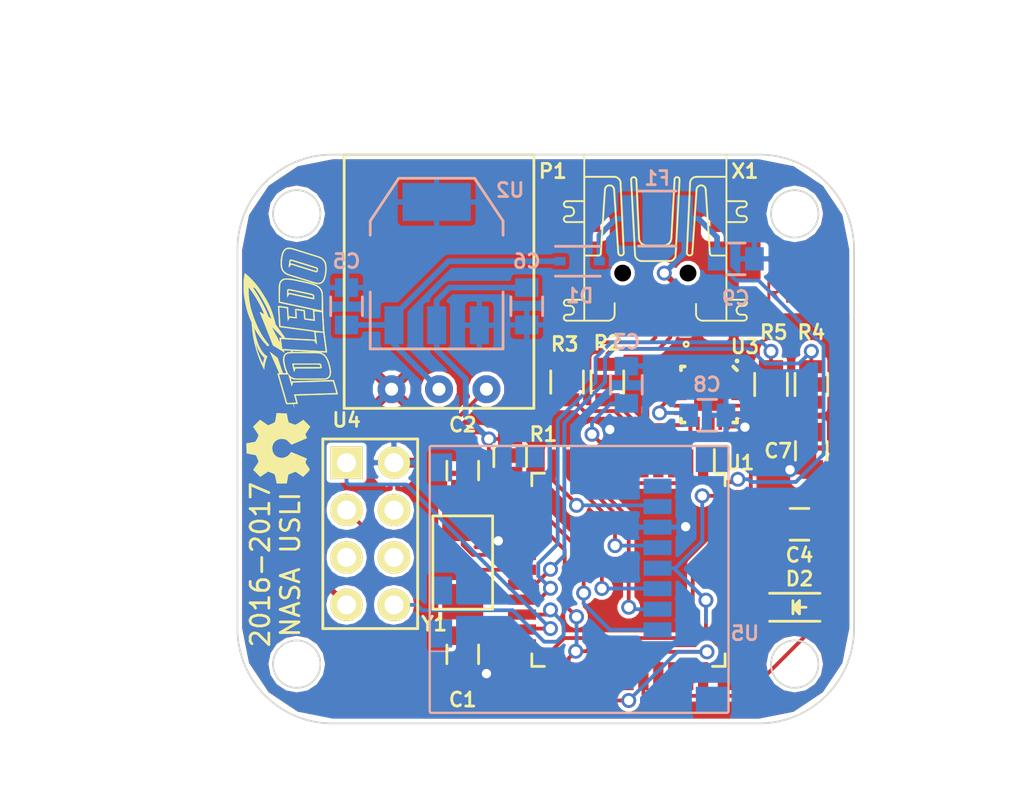
<source format=kicad_pcb>
(kicad_pcb (version 4) (host pcbnew 4.0.4+dfsg1-stable)
  (layers (0 F.Cu signal) (31 B.Cu signal) (34 B.Paste user) (35 F.Paste user) (36 B.SilkS user) (37 F.SilkS user) (38 B.Mask user) (39 F.Mask user) (44 Edge.Cuts user))
  (net 0 "")
  (net 1 GND)
  (net 2 "Net-(C1-Pad1)")
  (net 3 "Net-(C2-Pad1)")
  (net 4 "Net-(C3-Pad1)")
  (net 5 "Net-(C4-Pad1)")
  (net 6 VDD)
  (net 7 SERVO_PWM)
  (net 8 MISO)
  (net 9 SCK)
  (net 10 MOSI)
  (net 11 SD_CS)
  (net 12 USB_D-)
  (net 13 "Net-(R2-Pad1)")
  (net 14 USB_D+)
  (net 15 RST)
  (net 16 SCL)
  (net 17 SDA)
  (net 18 "Net-(U1-Pad1)")
  (net 19 "Net-(U1-Pad12)")
  (net 20 RX)
  (net 21 TX)
  (net 22 "Net-(U1-Pad22)")
  (net 23 "Net-(U1-Pad25)")
  (net 24 "Net-(U1-Pad26)")
  (net 25 "Net-(U1-Pad31)")
  (net 26 "Net-(U1-Pad32)")
  (net 27 "Net-(U1-Pad36)")
  (net 28 "Net-(U1-Pad37)")
  (net 29 "Net-(U1-Pad38)")
  (net 30 "Net-(U1-Pad39)")
  (net 31 "Net-(U3-Pad1)")
  (net 32 "Net-(U3-Pad7)")
  (net 33 "Net-(U3-Pad11)")
  (net 34 "Net-(U3-Pad12)")
  (net 35 "Net-(U3-Pad19)")
  (net 36 "Net-(U3-Pad20)")
  (net 37 "Net-(U3-Pad21)")
  (net 38 WIFI_ON)
  (net 39 "Net-(U4-Pad4)")
  (net 40 "Net-(U4-Pad5)")
  (net 41 "Net-(U4-Pad6)")
  (net 42 "Net-(X1-Pad4)")
  (net 43 "Net-(U3-Pad25)")
  (net 44 "Net-(D1-Pad2)")
  (net 45 "Net-(U1-Pad28)")
  (net 46 VCC)
  (net 47 "Net-(R3-Pad1)")
  (net 48 "Net-(C8-Pad1)")
  (net 49 "Net-(U1-Pad40)")
  (net 50 "Net-(U1-Pad27)")
  (net 51 "Net-(D2-Pad2)")
  (net 52 UVCC)
  (net 53 "Net-(U5-Pad8)")
  (net 54 "Net-(U5-PadDL)")
  (net 55 "Net-(U5-PadDS)")
  (module Capacitors_SMD:C_0805 (layer B.Cu) (at 162.322 100.33)
    (fp_text reference C8 (at -0.016 -1.651) (layer B.SilkS) (effects (font (size 0.75 0.75)) (justify mirror)))
    (fp_text value .1uF)
    (pad 1 smd rect (at -1 0) (size 1 1.25) (layers B.Cu B.Paste B.Mask) (net 48 "Net-(C8-Pad1)"))
    (pad 2 smd rect (at 1 0) (size 1 1.25) (layers B.Cu B.Paste B.Mask) (net 1 GND))
  )
  (module Capacitors_SMD:C_0805 (layer F.Cu) (at 149.225 113.141 270)
    (fp_text reference C1 (at 2.429 0 360) (layer F.SilkS) (effects (font (size 0.75 0.75))))
    (fp_text value 22pF)
    (pad 1 smd rect (at -1 0 270) (size 1 1.25) (layers F.Cu F.Paste F.Mask) (net 2 "Net-(C1-Pad1)"))
    (pad 2 smd rect (at 1 0 270) (size 1 1.25) (layers F.Cu F.Paste F.Mask) (net 1 GND))
  )
  (module Capacitors_SMD:C_0805 (layer F.Cu) (at 149.225 103.2924 90)
    (fp_text reference C2 (at 2.4544 0 180) (layer F.SilkS) (effects (font (size 0.75 0.75))))
    (fp_text value 22pF)
    (pad 1 smd rect (at -1 0 90) (size 1 1.25) (layers F.Cu F.Paste F.Mask) (net 3 "Net-(C2-Pad1)"))
    (pad 2 smd rect (at 1 0 90) (size 1 1.25) (layers F.Cu F.Paste F.Mask) (net 1 GND))
  )
  (module Capacitors_SMD:C_0805 (layer B.Cu) (at 157.988 98.695 90)
    (fp_text reference C3 (at 2.302 0 180) (layer B.SilkS) (effects (font (size 0.75 0.75)) (justify mirror)))
    (fp_text value 1uF)
    (pad 1 smd rect (at -1 0 90) (size 1 1.25) (layers B.Cu B.Paste B.Mask) (net 4 "Net-(C3-Pad1)"))
    (pad 2 smd rect (at 1 0 90) (size 1 1.25) (layers B.Cu B.Paste B.Mask) (net 1 GND))
  )
  (module Capacitors_SMD:C_0805 (layer F.Cu) (at 167.259 106.172)
    (fp_text reference C4 (at 0 1.651) (layer F.SilkS) (effects (font (size 0.75 0.75))))
    (fp_text value .1uF)
    (pad 1 smd rect (at -1 0) (size 1 1.25) (layers F.Cu F.Paste F.Mask) (net 5 "Net-(C4-Pad1)"))
    (pad 2 smd rect (at 1 0) (size 1 1.25) (layers F.Cu F.Paste F.Mask) (net 1 GND))
  )
  (module Capacitors_SMD:C_0805 (layer B.Cu) (at 143.002 94.488 90)
    (fp_text reference C5 (at 2.413 0 180) (layer B.SilkS) (effects (font (size 0.75 0.75)) (justify mirror)))
    (fp_text value 10uF)
    (pad 1 smd rect (at -1 0 90) (size 1 1.25) (layers B.Cu B.Paste B.Mask) (net 46 VCC))
    (pad 2 smd rect (at 1 0 90) (size 1 1.25) (layers B.Cu B.Paste B.Mask) (net 1 GND))
  )
  (module Capacitors_SMD:C_0805 (layer B.Cu) (at 152.654 94.488 270)
    (fp_text reference C6 (at -2.413 0 360) (layer B.SilkS) (effects (font (size 0.75 0.75)) (justify mirror)))
    (fp_text value 22uF)
    (pad 1 smd rect (at -1 0 270) (size 1 1.25) (layers B.Cu B.Paste B.Mask) (net 6 VDD))
    (pad 2 smd rect (at 1 0 270) (size 1 1.25) (layers B.Cu B.Paste B.Mask) (net 1 GND))
  )
  (module Capacitors_SMD:C_0805 (layer F.Cu) (at 167.894 102.235 270)
    (fp_text reference C7 (at 0 1.778 360) (layer F.SilkS) (effects (font (size 0.75 0.75))))
    (fp_text value .1uF)
    (pad 1 smd rect (at -1 0 270) (size 1 1.25) (layers F.Cu F.Paste F.Mask) (net 6 VDD))
    (pad 2 smd rect (at 1 0 270) (size 1 1.25) (layers F.Cu F.Paste F.Mask) (net 1 GND))
  )
  (module Diodes_SMD:SOD-323 (layer B.Cu) (at 155.487 92.075)
    (fp_text reference D1 (at 0 1.85) (layer B.SilkS) (effects (font (size 0.75 0.75)) (justify mirror)))
    (fp_text value D_Schottky)
    (pad 1 smd rect (at -1.055 0) (size 0.59 0.45) (layers B.Cu B.Paste B.Mask) (net 46 VCC))
    (pad 2 smd rect (at 1.055 0) (size 0.59 0.45) (layers B.Cu B.Paste B.Mask) (net 44 "Net-(D1-Pad2)"))
  )
  (module LEDs:LED_0805 (layer F.Cu) (at 167.259 110.617)
    (fp_text reference D2 (at 0 -1.524) (layer F.SilkS) (effects (font (size 0.75 0.75))))
    (fp_text value LED_BLUE)
    (pad 2 smd rect (at 1.04902 0 180) (size 1.19888 1.19888) (layers F.Cu F.Paste F.Mask) (net 51 "Net-(D2-Pad2)"))
    (pad 1 smd rect (at -1.04902 0 180) (size 1.19888 1.19888) (layers F.Cu F.Paste F.Mask) (net 1 GND))
  )
  (module Resistors_SMD:R_1210 (layer B.Cu) (at 159.639 89.789 180)
    (fp_text reference F1 (at 0 2.159 180) (layer B.SilkS) (effects (font (size 0.75 0.75)) (justify mirror)))
    (fp_text value FUSE)
    (pad 1 smd rect (at -1.45 0 180) (size 0.9 2.5) (layers B.Cu B.Paste B.Mask) (net 52 UVCC))
    (pad 2 smd rect (at 1.45 0 180) (size 0.9 2.5) (layers B.Cu B.Paste B.Mask) (net 44 "Net-(D1-Pad2)"))
  )
  (module "UT ROCKETRY MOD:TE1X3" (layer F.Cu) (at 147.955 102.0445 180)
    (fp_text reference P1 (at -6.096 14.7955 180) (layer F.SilkS) (effects (font (size 0.762 0.762))))
    (fp_text value "TE AMP 1X3")
    (pad 3 thru_hole circle (at 2.54 3.1115 180) (size 1.5 1.5) (drill 0.7) (layers *.Cu *.Mask) (net 1 GND))
    (pad 2 thru_hole circle (at 0 3.1115 180) (size 1.5 1.5) (drill 0.7) (layers *.Cu *.Mask) (net 46 VCC))
    (pad 1 thru_hole circle (at -2.54 3.1115 180) (size 1.5 1.5) (drill 0.7) (layers *.Cu *.Mask) (net 7 SERVO_PWM))
  )
  (module Resistors_SMD:R_0805 (layer F.Cu) (at 151.765 102.489 90)
    (fp_text reference R1 (at 1.143 1.778 180) (layer F.SilkS) (effects (font (size 0.75 0.75))))
    (fp_text value 10K)
    (pad 1 smd rect (at -0.95 0 90) (size 0.7 1.3) (layers F.Cu F.Paste F.Mask) (net 15 RST))
    (pad 2 smd rect (at 0.95 0 90) (size 0.7 1.3) (layers F.Cu F.Paste F.Mask) (net 6 VDD))
  )
  (module Resistors_SMD:R_0805 (layer F.Cu) (at 156.972 98.5495 270)
    (fp_text reference R2 (at -2.093 0 360) (layer F.SilkS) (effects (font (size 0.75 0.75))))
    (fp_text value 22)
    (pad 1 smd rect (at -0.95 0 270) (size 0.7 1.3) (layers F.Cu F.Paste F.Mask) (net 13 "Net-(R2-Pad1)"))
    (pad 2 smd rect (at 0.95 0 270) (size 0.7 1.3) (layers F.Cu F.Paste F.Mask) (net 12 USB_D-))
  )
  (module Resistors_SMD:R_0805 (layer F.Cu) (at 154.813 98.552 270)
    (fp_text reference R3 (at -2.032 0.127 360) (layer F.SilkS) (effects (font (size 0.75 0.75))))
    (fp_text value 22)
    (pad 1 smd rect (at -0.95 0 270) (size 0.7 1.3) (layers F.Cu F.Paste F.Mask) (net 47 "Net-(R3-Pad1)"))
    (pad 2 smd rect (at 0.95 0 270) (size 0.7 1.3) (layers F.Cu F.Paste F.Mask) (net 14 USB_D+))
  )
  (module Resistors_SMD:R_0805 (layer F.Cu) (at 167.894 98.679 90)
    (fp_text reference R4 (at 2.794 0 180) (layer F.SilkS) (effects (font (size 0.75 0.75))))
    (fp_text value 10K)
    (pad 1 smd rect (at -0.95 0 90) (size 0.7 1.3) (layers F.Cu F.Paste F.Mask) (net 6 VDD))
    (pad 2 smd rect (at 0.95 0 90) (size 0.7 1.3) (layers F.Cu F.Paste F.Mask) (net 16 SCL))
  )
  (module Resistors_SMD:R_0805 (layer F.Cu) (at 165.735 98.679 90)
    (fp_text reference R5 (at 2.794 0.145958 180) (layer F.SilkS) (effects (font (size 0.75 0.75))))
    (fp_text value 10K)
    (pad 1 smd rect (at -0.95 0 90) (size 0.7 1.3) (layers F.Cu F.Paste F.Mask) (net 6 VDD))
    (pad 2 smd rect (at 0.95 0 90) (size 0.7 1.3) (layers F.Cu F.Paste F.Mask) (net 17 SDA))
  )
  (module Housings_QFP:TQFP-44_10x10mm_Pitch0.8mm (layer F.Cu) (at 158.1 108.61 270)
    (fp_text reference U1 (at -5.74 -5.984 360) (layer F.SilkS) (effects (font (size 0.75 0.75))))
    (fp_text value ATmega32U4)
    (pad 1 smd rect (at -5.7 -4 270) (size 1.5 0.55) (layers F.Cu F.Paste F.Mask) (net 18 "Net-(U1-Pad1)"))
    (pad 2 smd rect (at -5.7 -3.2 270) (size 1.5 0.55) (layers F.Cu F.Paste F.Mask) (net 52 UVCC))
    (pad 3 smd rect (at -5.7 -2.4 270) (size 1.5 0.55) (layers F.Cu F.Paste F.Mask) (net 12 USB_D-))
    (pad 4 smd rect (at -5.7 -1.6 270) (size 1.5 0.55) (layers F.Cu F.Paste F.Mask) (net 14 USB_D+))
    (pad 5 smd rect (at -5.7 -0.8 270) (size 1.5 0.55) (layers F.Cu F.Paste F.Mask) (net 1 GND))
    (pad 6 smd rect (at -5.7 0 270) (size 1.5 0.55) (layers F.Cu F.Paste F.Mask) (net 4 "Net-(C3-Pad1)"))
    (pad 7 smd rect (at -5.7 0.8 270) (size 1.5 0.55) (layers F.Cu F.Paste F.Mask) (net 52 UVCC))
    (pad 8 smd rect (at -5.7 1.6 270) (size 1.5 0.55) (layers F.Cu F.Paste F.Mask) (net 11 SD_CS))
    (pad 9 smd rect (at -5.7 2.4 270) (size 1.5 0.55) (layers F.Cu F.Paste F.Mask) (net 9 SCK))
    (pad 10 smd rect (at -5.7 3.2 270) (size 1.5 0.55) (layers F.Cu F.Paste F.Mask) (net 10 MOSI))
    (pad 11 smd rect (at -5.7 4 270) (size 1.5 0.55) (layers F.Cu F.Paste F.Mask) (net 8 MISO))
    (pad 12 smd rect (at -4 5.7) (size 1.5 0.55) (layers F.Cu F.Paste F.Mask) (net 19 "Net-(U1-Pad12)"))
    (pad 13 smd rect (at -3.2 5.7) (size 1.5 0.55) (layers F.Cu F.Paste F.Mask) (net 15 RST))
    (pad 14 smd rect (at -2.4 5.7) (size 1.5 0.55) (layers F.Cu F.Paste F.Mask) (net 6 VDD))
    (pad 15 smd rect (at -1.6 5.7) (size 1.5 0.55) (layers F.Cu F.Paste F.Mask) (net 1 GND))
    (pad 16 smd rect (at -0.8 5.7) (size 1.5 0.55) (layers F.Cu F.Paste F.Mask) (net 3 "Net-(C2-Pad1)"))
    (pad 17 smd rect (at 0 5.7) (size 1.5 0.55) (layers F.Cu F.Paste F.Mask) (net 2 "Net-(C1-Pad1)"))
    (pad 18 smd rect (at 0.8 5.7) (size 1.5 0.55) (layers F.Cu F.Paste F.Mask) (net 16 SCL))
    (pad 19 smd rect (at 1.6 5.7) (size 1.5 0.55) (layers F.Cu F.Paste F.Mask) (net 17 SDA))
    (pad 20 smd rect (at 2.4 5.7) (size 1.5 0.55) (layers F.Cu F.Paste F.Mask) (net 20 RX))
    (pad 21 smd rect (at 3.2 5.7) (size 1.5 0.55) (layers F.Cu F.Paste F.Mask) (net 21 TX))
    (pad 22 smd rect (at 4 5.7) (size 1.5 0.55) (layers F.Cu F.Paste F.Mask) (net 22 "Net-(U1-Pad22)"))
    (pad 23 smd rect (at 5.7 4 270) (size 1.5 0.55) (layers F.Cu F.Paste F.Mask) (net 1 GND))
    (pad 24 smd rect (at 5.7 3.2 270) (size 1.5 0.55) (layers F.Cu F.Paste F.Mask) (net 6 VDD))
    (pad 25 smd rect (at 5.7 2.4 270) (size 1.5 0.55) (layers F.Cu F.Paste F.Mask) (net 23 "Net-(U1-Pad25)"))
    (pad 26 smd rect (at 5.7 1.6 270) (size 1.5 0.55) (layers F.Cu F.Paste F.Mask) (net 24 "Net-(U1-Pad26)"))
    (pad 27 smd rect (at 5.7 0.8 270) (size 1.5 0.55) (layers F.Cu F.Paste F.Mask) (net 50 "Net-(U1-Pad27)"))
    (pad 28 smd rect (at 5.7 0 270) (size 1.5 0.55) (layers F.Cu F.Paste F.Mask) (net 45 "Net-(U1-Pad28)"))
    (pad 29 smd rect (at 5.7 -0.8 270) (size 1.5 0.55) (layers F.Cu F.Paste F.Mask) (net 51 "Net-(D2-Pad2)"))
    (pad 30 smd rect (at 5.7 -1.6 270) (size 1.5 0.55) (layers F.Cu F.Paste F.Mask) (net 7 SERVO_PWM))
    (pad 31 smd rect (at 5.7 -2.4 270) (size 1.5 0.55) (layers F.Cu F.Paste F.Mask) (net 25 "Net-(U1-Pad31)"))
    (pad 32 smd rect (at 5.7 -3.2 270) (size 1.5 0.55) (layers F.Cu F.Paste F.Mask) (net 26 "Net-(U1-Pad32)"))
    (pad 33 smd rect (at 5.7 -4 270) (size 1.5 0.55) (layers F.Cu F.Paste F.Mask) (net 1 GND))
    (pad 34 smd rect (at 4 -5.7) (size 1.5 0.55) (layers F.Cu F.Paste F.Mask) (net 6 VDD))
    (pad 35 smd rect (at 3.2 -5.7) (size 1.5 0.55) (layers F.Cu F.Paste F.Mask) (net 1 GND))
    (pad 36 smd rect (at 2.4 -5.7) (size 1.5 0.55) (layers F.Cu F.Paste F.Mask) (net 27 "Net-(U1-Pad36)"))
    (pad 37 smd rect (at 1.6 -5.7) (size 1.5 0.55) (layers F.Cu F.Paste F.Mask) (net 28 "Net-(U1-Pad37)"))
    (pad 38 smd rect (at 0.8 -5.7) (size 1.5 0.55) (layers F.Cu F.Paste F.Mask) (net 29 "Net-(U1-Pad38)"))
    (pad 39 smd rect (at 0 -5.7) (size 1.5 0.55) (layers F.Cu F.Paste F.Mask) (net 30 "Net-(U1-Pad39)"))
    (pad 40 smd rect (at -0.8 -5.7) (size 1.5 0.55) (layers F.Cu F.Paste F.Mask) (net 49 "Net-(U1-Pad40)"))
    (pad 41 smd rect (at -1.6 -5.7) (size 1.5 0.55) (layers F.Cu F.Paste F.Mask) (net 38 WIFI_ON))
    (pad 42 smd rect (at -2.4 -5.7) (size 1.5 0.55) (layers F.Cu F.Paste F.Mask) (net 5 "Net-(C4-Pad1)"))
    (pad 43 smd rect (at -3.2 -5.7) (size 1.5 0.55) (layers F.Cu F.Paste F.Mask) (net 1 GND))
    (pad 44 smd rect (at -4 -5.7) (size 1.5 0.55) (layers F.Cu F.Paste F.Mask) (net 6 VDD))
  )
  (module TO_SOT_Packages_SMD:SOT-223 (layer B.Cu) (at 147.828 92.202 180)
    (fp_text reference U2 (at -3.937 3.937 180) (layer B.SilkS) (effects (font (size 0.75 0.75)) (justify mirror)))
    (fp_text value AZ1117)
    (pad 1 smd rect (at 0 3.302 180) (size 3.6576 2.032) (layers B.Cu B.Paste B.Mask) (net 1 GND))
    (pad 2 smd rect (at 0 -3.302 180) (size 1.016 2.032) (layers B.Cu B.Paste B.Mask) (net 6 VDD))
    (pad 3 smd rect (at 2.286 -3.302 180) (size 1.016 2.032) (layers B.Cu B.Paste B.Mask) (net 46 VCC))
    (pad 1 smd rect (at -2.286 -3.302 180) (size 1.016 2.032) (layers B.Cu B.Paste B.Mask) (net 1 GND))
  )
  (module "UT ROCKETRY MOD:ESP-01" (layer F.Cu) (at 143.002 102.87)
    (fp_text reference U4 (at 0 -2.286) (layer F.SilkS) (effects (font (size 0.75 0.75))))
    (fp_text value ESP-01v090)
    (pad 1 thru_hole rect (at 0 0) (size 1.7272 1.7272) (drill 1.016) (layers *.Cu *.Mask F.SilkS) (net 21 TX))
    (pad 2 thru_hole oval (at 2.54 0) (size 1.7272 1.7272) (drill 1.016) (layers *.Cu *.Mask F.SilkS) (net 1 GND))
    (pad 3 thru_hole oval (at 0 2.54) (size 1.7272 1.7272) (drill 1.016) (layers *.Cu *.Mask F.SilkS) (net 38 WIFI_ON))
    (pad 4 thru_hole oval (at 2.54 2.54) (size 1.7272 1.7272) (drill 1.016) (layers *.Cu *.Mask F.SilkS) (net 39 "Net-(U4-Pad4)"))
    (pad 5 thru_hole oval (at 0 5.08) (size 1.7272 1.7272) (drill 1.016) (layers *.Cu *.Mask F.SilkS) (net 40 "Net-(U4-Pad5)"))
    (pad 6 thru_hole oval (at 2.54 5.08) (size 1.7272 1.7272) (drill 1.016) (layers *.Cu *.Mask F.SilkS) (net 41 "Net-(U4-Pad6)"))
    (pad 7 thru_hole oval (at 0 7.62) (size 1.7272 1.7272) (drill 1.016) (layers *.Cu *.Mask F.SilkS) (net 6 VDD))
    (pad 8 thru_hole oval (at 2.54 7.62) (size 1.7272 1.7272) (drill 1.016) (layers *.Cu *.Mask F.SilkS) (net 20 RX))
  )
  (module "UT ROCKETRY MOD:UX60-MB-5ST" (layer F.Cu) (at 159.54 95.25 180)
    (fp_text reference X1 (at -4.798 8.001 180) (layer F.SilkS) (effects (font (size 0.75 0.75))))
    (fp_text value "SMD USB OTG" hide)
    (pad 5 smd rect (at -4.2 0.54 270) (size 2.2 2.5) (layers F.Cu F.Paste F.Mask) (net 1 GND))
    (pad 5 smd rect (at 4.2 0.54 270) (size 2.2 2.5) (layers F.Cu F.Paste F.Mask) (net 1 GND))
    (pad 5 smd rect (at -4.2 5.84 270) (size 2.2 2.5) (layers F.Cu F.Paste F.Mask) (net 1 GND))
    (pad 5 smd rect (at 4.2 5.84 270) (size 2.2 2.5) (layers F.Cu F.Paste F.Mask) (net 1 GND))
    (pad 1 smd rect (at -1.6 0.29 270) (size 2 0.5) (layers F.Cu F.Paste F.Mask) (net 52 UVCC))
    (pad 2 smd rect (at -0.8 0.29 270) (size 2 0.5) (layers F.Cu F.Paste F.Mask) (net 13 "Net-(R2-Pad1)"))
    (pad 3 smd rect (at 0 0.29 270) (size 2 0.5) (layers F.Cu F.Paste F.Mask) (net 47 "Net-(R3-Pad1)"))
    (pad 4 smd rect (at 0.8 0.29 270) (size 2 0.5) (layers F.Cu F.Paste F.Mask) (net 42 "Net-(X1-Pad4)"))
    (pad 5 smd rect (at 1.6 0.29 270) (size 2 0.5) (layers F.Cu F.Paste F.Mask) (net 1 GND))
    (pad Hole np_thru_hole circle (at -1.75 2.54 180) (size 0.9 0.9) (drill 0.9) (layers))
    (pad Hole np_thru_hole circle (at 1.75 2.54 180) (size 0.9 0.9) (drill 0.9) (layers))
  )
  (module "UT ROCKETRY MOD:ABM3" (layer F.Cu) (at 140.825 107.2212 90)
    (fp_text reference Y1 (at -4.2848 6.876 180) (layer F.SilkS) (effects (font (size 0.75 0.75))))
    (fp_text value XTAL)
    (pad 1 smd rect (at -3.1 8.4 90) (size 1.9 2.2) (layers F.Cu F.Paste F.Mask) (net 2 "Net-(C1-Pad1)"))
    (pad 2 smd rect (at 1.1 8.4 90) (size 1.9 2.2) (layers F.Cu F.Paste F.Mask) (net 3 "Net-(C2-Pad1)"))
  )
  (module "UT ROCKETRY MOD:QFN40P300X300X105-25N" (layer F.Cu) (at 162.414042 99.216352 270)
    (fp_text reference U3 (at -2.569352 -1.923958 360) (layer F.SilkS) (effects (font (size 0.75 0.75))))
    (fp_text value MPU-9250 hide)
    (pad 1 smd rect (at -1.55 -1 270) (size 0.7 0.2) (layers F.Cu F.Paste F.Mask) (net 31 "Net-(U3-Pad1)"))
    (pad 2 smd rect (at -1.55 -0.6 270) (size 0.7 0.2) (layers F.Cu F.Paste F.Mask))
    (pad 3 smd rect (at -1.55 -0.2 270) (size 0.7 0.2) (layers F.Cu F.Paste F.Mask))
    (pad 4 smd rect (at -1.55 0.2 270) (size 0.7 0.2) (layers F.Cu F.Paste F.Mask))
    (pad 5 smd rect (at -1.55 0.6 270) (size 0.7 0.2) (layers F.Cu F.Paste F.Mask))
    (pad 6 smd rect (at -1.55 1 270) (size 0.7 0.2) (layers F.Cu F.Paste F.Mask))
    (pad 7 smd rect (at -1 1.55) (size 0.7 0.2) (layers F.Cu F.Paste F.Mask) (net 32 "Net-(U3-Pad7)"))
    (pad 8 smd rect (at -0.6 1.55) (size 0.7 0.2) (layers F.Cu F.Paste F.Mask) (net 6 VDD))
    (pad 9 smd rect (at -0.2 1.55) (size 0.7 0.2) (layers F.Cu F.Paste F.Mask) (net 6 VDD))
    (pad 10 smd rect (at 0.2 1.55) (size 0.7 0.2) (layers F.Cu F.Paste F.Mask) (net 48 "Net-(C8-Pad1)"))
    (pad 11 smd rect (at 0.6 1.55) (size 0.7 0.2) (layers F.Cu F.Paste F.Mask) (net 33 "Net-(U3-Pad11)"))
    (pad 12 smd rect (at 1 1.55) (size 0.7 0.2) (layers F.Cu F.Paste F.Mask) (net 34 "Net-(U3-Pad12)"))
    (pad 13 smd rect (at 1.55 1 90) (size 0.7 0.2) (layers F.Cu F.Paste F.Mask) (net 6 VDD))
    (pad 14 smd rect (at 1.55 0.6 90) (size 0.7 0.2) (layers F.Cu F.Paste F.Mask))
    (pad 15 smd rect (at 1.55 0.2 90) (size 0.7 0.2) (layers F.Cu F.Paste F.Mask))
    (pad 16 smd rect (at 1.55 -0.2 90) (size 0.7 0.2) (layers F.Cu F.Paste F.Mask))
    (pad 17 smd rect (at 1.55 -0.6 90) (size 0.7 0.2) (layers F.Cu F.Paste F.Mask))
    (pad 18 smd rect (at 1.55 -1 90) (size 0.7 0.2) (layers F.Cu F.Paste F.Mask) (net 1 GND))
    (pad 19 smd rect (at 1 -1.55 180) (size 0.7 0.2) (layers F.Cu F.Paste F.Mask) (net 35 "Net-(U3-Pad19)"))
    (pad 20 smd rect (at 0.6 -1.55 180) (size 0.7 0.2) (layers F.Cu F.Paste F.Mask) (net 36 "Net-(U3-Pad20)"))
    (pad 21 smd rect (at 0.2 -1.55 180) (size 0.7 0.2) (layers F.Cu F.Paste F.Mask) (net 37 "Net-(U3-Pad21)"))
    (pad 22 smd rect (at -0.2 -1.55 180) (size 0.7 0.2) (layers F.Cu F.Paste F.Mask) (net 6 VDD))
    (pad 23 smd rect (at -0.6 -1.55 180) (size 0.7 0.2) (layers F.Cu F.Paste F.Mask) (net 16 SCL))
    (pad 24 smd rect (at -1 -1.55 180) (size 0.7 0.2) (layers F.Cu F.Paste F.Mask) (net 17 SDA))
    (pad 25 smd rect (at 0 0 270) (size 1.75 1.6) (layers F.Cu F.Paste F.Mask) (net 43 "Net-(U3-Pad25)"))
  )
  (module "UT ROCKETRY MOD:UT LOGO3" (layer F.Cu) (at 138.684 95.631 90)
    (fp_text reference G*** hide)
    (fp_text value LOGO hide)
  )
  (module "UT ROCKETRY MOD:OSH LOGO" (layer F.Cu) (at 140.208 102.108 90)
    (fp_text reference G*** hide)
    (fp_text value LOGO hide)
  )
  (module Capacitors_SMD:C_0805 (layer B.Cu) (at 163.846 91.948)
    (fp_text reference C9 (at 0 2.1) (layer B.SilkS) (effects (font (size 0.75 0.75)) (justify mirror)))
    (fp_text value 1uF)
    (pad 1 smd rect (at -1 0) (size 1 1.25) (layers B.Cu B.Paste B.Mask) (net 52 UVCC))
    (pad 2 smd rect (at 1 0) (size 1 1.25) (layers B.Cu B.Paste B.Mask) (net 1 GND))
  )
  (module MOD:MOLEX_502570-0893 (layer B.Cu) (at 155.457 109.124 90)
    (fp_text reference U5 (at -2.89 8.881 180) (layer B.SilkS) (effects (font (size 0.75 0.75)) (justify mirror)))
    (fp_text value 502570-0893 hide)
    (pad 1 smd rect (at -2.7 4.2 90) (size 0.8 1.5) (layers B.Cu B.Paste B.Mask) (net 15 RST))
    (pad 2 smd rect (at -1.6 4.2 90) (size 0.8 1.5) (layers B.Cu B.Paste B.Mask) (net 11 SD_CS))
    (pad 3 smd rect (at -0.5 4.2 90) (size 0.8 1.5) (layers B.Cu B.Paste B.Mask) (net 10 MOSI))
    (pad 4 smd rect (at 0.6 4.2 90) (size 0.8 1.5) (layers B.Cu B.Paste B.Mask) (net 6 VDD))
    (pad 5 smd rect (at 1.7 4.2 90) (size 0.8 1.5) (layers B.Cu B.Paste B.Mask) (net 9 SCK))
    (pad 6 smd rect (at 2.8 4.2 90) (size 0.8 1.5) (layers B.Cu B.Paste B.Mask) (net 1 GND))
    (pad 7 smd rect (at 3.9 4.2 90) (size 0.8 1.5) (layers B.Cu B.Paste B.Mask) (net 8 MISO))
    (pad 8 smd rect (at 5 4.2 90) (size 0.8 1.5) (layers B.Cu B.Paste B.Mask) (net 53 "Net-(U5-Pad8)"))
    (pad SM1 smd rect (at -6.45 7.1 90) (size 1.4 1.7) (layers B.Cu B.Paste B.Mask))
    (pad SM2 smd rect (at 6.45 7.1 90) (size 1.4 1.7) (layers B.Cu B.Paste B.Mask))
    (pad DL smd rect (at 6.575 -2.65 90) (size 1.15 1.5) (layers B.Cu B.Paste B.Mask) (net 54 "Net-(U5-PadDL)"))
    (pad SM3 smd rect (at -2.9 -7.375 90) (size 1.5 1.15) (layers B.Cu B.Paste B.Mask))
    (pad DS smd rect (at -0.6 -7.375 90) (size 1.5 1.15) (layers B.Cu B.Paste B.Mask) (net 55 "Net-(U5-PadDS)"))
    (pad SM4 smd rect (at 6 -7.375 90) (size 1.5 1.15) (layers B.Cu B.Paste B.Mask))
  )
  (gr_text "ARCU\nREV B" (at 167.64 92.964) (layer F.Cu) (effects (font (size 1 1))))
  (gr_text "CDM\n12/31/16" (at 143.764 115.316) (layer F.Cu) (effects (font (size 0.75 0.75))))
  (gr_text "2016-2017\nNASA USLI" (at 139.192 108.331 90) (layer F.SilkS) (effects (font (size 1 1))))
  (gr_circle (center 167.005 113.665) (end 167.005 112.395) (layer Edge.Cuts) (width 0.1))
  (gr_circle (center 140.335 113.665) (end 140.335 112.395) (layer Edge.Cuts) (width 0.1))
  (gr_circle (center 140.335 89.535) (end 140.335 88.265) (layer Edge.Cuts) (width 0.1))
  (gr_circle (center 167.005 89.535) (end 167.005 88.265) (layer Edge.Cuts) (width 0.1))
  (gr_arc (start 142.24 111.76) (end 142.24 116.84) (angle 90) (layer Edge.Cuts) (width 0.1))
  (gr_arc (start 142.24 91.44) (end 137.16 91.44) (angle 90) (layer Edge.Cuts) (width 0.1))
  (gr_arc (start 165.1 111.76) (end 170.18 111.76) (angle 90) (layer Edge.Cuts) (width 0.1))
  (gr_arc (start 165.1 91.44) (end 165.1 86.36) (angle 90) (layer Edge.Cuts) (width 0.1))
  (gr_line (start 165.1 86.36) (end 142.24 86.36) (layer Edge.Cuts) (width 0.1))
  (gr_line (start 170.18 111.76) (end 170.18 91.44) (layer Edge.Cuts) (width 0.1))
  (gr_line (start 142.24 116.84) (end 165.1 116.84) (layer Edge.Cuts) (width 0.1))
  (gr_line (start 137.16 91.44) (end 137.16 111.76) (layer Edge.Cuts) (width 0.1))
  (segment (start 158.9 102.91) (end 158.9 102.227798) (width 0.2032) (layer F.Cu) (net 1))
  (segment (start 158.9 102.227798) (end 157.764202 101.092) (width 0.2032) (layer F.Cu) (net 1))
  (segment (start 157.764202 101.092) (end 157.099 101.092) (width 0.2032) (layer F.Cu) (net 1))
  (segment (start 161.163 106.299) (end 161.163 103.578421) (width 0.2032) (layer B.Cu) (net 1))
  (segment (start 161.163 103.578421) (end 159.442093 101.857514) (width 0.2032) (layer B.Cu) (net 1))
  (segment (start 157.099 101.657685) (end 157.099 101.092) (width 0.2032) (layer B.Cu) (net 1))
  (segment (start 159.442093 101.857514) (end 157.298829 101.857514) (width 0.2032) (layer B.Cu) (net 1))
  (segment (start 157.298829 101.857514) (end 157.099 101.657685) (width 0.2032) (layer B.Cu) (net 1))
  (via (at 157.099 101.092) (size 0.8) (drill 0.5) (layers F.Cu B.Cu) (net 1))
  (segment (start 161.163 106.299) (end 159.682 106.299) (width 0.2032) (layer B.Cu) (net 1))
  (segment (start 159.682 106.299) (end 159.657 106.324) (width 0.2032) (layer B.Cu) (net 1))
  (segment (start 163.8 105.41) (end 162.052 105.41) (width 0.2032) (layer F.Cu) (net 1))
  (segment (start 162.052 105.41) (end 161.163 106.299) (width 0.2032) (layer F.Cu) (net 1))
  (via (at 161.163 106.299) (size 0.8) (drill 0.5) (layers F.Cu B.Cu) (net 1))
  (segment (start 164.338 100.965) (end 165.030685 100.965) (width 0.2032) (layer B.Cu) (net 1))
  (segment (start 165.030685 100.965) (end 166.751 102.685315) (width 0.2032) (layer B.Cu) (net 1))
  (segment (start 166.751 102.685315) (end 166.751 103.251) (width 0.2032) (layer B.Cu) (net 1))
  (segment (start 149.225 114.141) (end 150.463 114.141) (width 0.2032) (layer F.Cu) (net 1))
  (segment (start 150.463 114.141) (end 150.495 114.173) (width 0.2032) (layer F.Cu) (net 1))
  (via (at 150.495 114.173) (size 0.8) (drill 0.5) (layers F.Cu B.Cu) (net 1))
  (segment (start 167.894 103.235) (end 166.767 103.235) (width 0.2032) (layer F.Cu) (net 1))
  (segment (start 166.767 103.235) (end 166.751 103.251) (width 0.2032) (layer F.Cu) (net 1))
  (via (at 166.751 103.251) (size 0.8) (drill 0.5) (layers F.Cu B.Cu) (net 1))
  (segment (start 152.4 107.01) (end 151.181 107.01) (width 0.2032) (layer F.Cu) (net 1))
  (segment (start 151.181 107.01) (end 151.13 107.061) (width 0.2032) (layer F.Cu) (net 1))
  (via (at 151.13 107.061) (size 0.8) (drill 0.5) (layers F.Cu B.Cu) (net 1))
  (segment (start 155.34 94.71) (end 157.69 94.71) (width 0.2032) (layer F.Cu) (net 1))
  (segment (start 157.69 94.71) (end 157.94 94.96) (width 0.2032) (layer F.Cu) (net 1))
  (segment (start 164.338 100.965) (end 163.957 100.965) (width 0.2032) (layer B.Cu) (net 1))
  (segment (start 163.957 100.965) (end 163.322 100.33) (width 0.2032) (layer B.Cu) (net 1))
  (segment (start 163.414042 100.766352) (end 164.139352 100.766352) (width 0.2032) (layer F.Cu) (net 1))
  (segment (start 164.139352 100.766352) (end 164.338 100.965) (width 0.2032) (layer F.Cu) (net 1))
  (via (at 164.338 100.965) (size 0.8) (drill 0.5) (layers F.Cu B.Cu) (net 1))
  (segment (start 149.225 110.3212) (end 149.225 109.168) (width 0.2032) (layer F.Cu) (net 2))
  (segment (start 151.4468 108.61) (end 152.4 108.61) (width 0.2032) (layer F.Cu) (net 2))
  (segment (start 149.225 109.168) (end 149.783 108.61) (width 0.2032) (layer F.Cu) (net 2))
  (segment (start 149.783 108.61) (end 151.4468 108.61) (width 0.2032) (layer F.Cu) (net 2))
  (segment (start 149.225 110.3212) (end 149.225 112.141) (width 0.2032) (layer F.Cu) (net 2))
  (segment (start 149.225 106.1212) (end 149.225 107.2744) (width 0.2032) (layer F.Cu) (net 3))
  (segment (start 149.225 107.2744) (end 149.7606 107.81) (width 0.2032) (layer F.Cu) (net 3))
  (segment (start 149.7606 107.81) (end 151.4468 107.81) (width 0.2032) (layer F.Cu) (net 3))
  (segment (start 151.4468 107.81) (end 152.4 107.81) (width 0.2032) (layer F.Cu) (net 3))
  (segment (start 149.225 104.2924) (end 149.225 106.1212) (width 0.2032) (layer F.Cu) (net 3))
  (segment (start 158.1 102.91) (end 158.1 101.9568) (width 0.2032) (layer F.Cu) (net 4))
  (segment (start 158.1 101.9568) (end 157.889201 101.746001) (width 0.2032) (layer F.Cu) (net 4))
  (segment (start 157.889201 101.746001) (end 156.546598 101.746001) (width 0.2032) (layer F.Cu) (net 4))
  (segment (start 156.546598 101.746001) (end 156.546596 101.745999) (width 0.2032) (layer F.Cu) (net 4))
  (segment (start 156.546596 101.745999) (end 156.146597 101.346) (width 0.2032) (layer F.Cu) (net 4))
  (segment (start 157.988 99.695) (end 157.1598 99.695) (width 0.2032) (layer B.Cu) (net 4))
  (segment (start 157.1598 99.695) (end 156.146597 100.708203) (width 0.2032) (layer B.Cu) (net 4))
  (segment (start 156.146597 100.708203) (end 156.146597 101.346) (width 0.2032) (layer B.Cu) (net 4))
  (via (at 156.146597 101.346) (size 0.8) (drill 0.5) (layers F.Cu B.Cu) (net 4))
  (segment (start 157.607 99.695) (end 157.988 99.695) (width 0.2032) (layer B.Cu) (net 4))
  (segment (start 158.115 102.895) (end 158.1 102.91) (width 0.2032) (layer F.Cu) (net 4))
  (segment (start 163.8 106.21) (end 166.221 106.21) (width 0.2032) (layer F.Cu) (net 5))
  (segment (start 166.221 106.21) (end 166.259 106.172) (width 0.2032) (layer F.Cu) (net 5))
  (segment (start 155.321 111.125) (end 155.321 112.929208) (width 0.2032) (layer B.Cu) (net 6))
  (segment (start 155.321 112.929208) (end 155.274274 112.975934) (width 0.2032) (layer B.Cu) (net 6))
  (segment (start 154.686 110.413315) (end 154.686 110.49) (width 0.2032) (layer F.Cu) (net 6))
  (segment (start 154.686 110.49) (end 155.321 111.125) (width 0.2032) (layer F.Cu) (net 6))
  (via (at 155.321 111.125) (size 0.8) (drill 0.5) (layers F.Cu B.Cu) (net 6))
  (segment (start 163.8 104.61) (end 164.275 104.61) (width 0.2032) (layer F.Cu) (net 6))
  (segment (start 164.275 104.61) (end 164.651921 104.233079) (width 0.2032) (layer F.Cu) (net 6))
  (segment (start 164.651921 104.233079) (end 164.651921 101.619001) (width 0.2032) (layer F.Cu) (net 6))
  (segment (start 162.2488 112.012) (end 162.2488 112.066108) (width 0.2032) (layer F.Cu) (net 6))
  (segment (start 162.2488 112.066108) (end 161.66292 112.651988) (width 0.2032) (layer F.Cu) (net 6))
  (segment (start 161.66292 112.651988) (end 156.163905 112.651988) (width 0.2032) (layer F.Cu) (net 6))
  (segment (start 155.839959 112.975934) (end 155.274274 112.975934) (width 0.2032) (layer F.Cu) (net 6))
  (segment (start 156.163905 112.651988) (end 155.839959 112.975934) (width 0.2032) (layer F.Cu) (net 6))
  (segment (start 154.686 110.413315) (end 154.686 107.5428) (width 0.2032) (layer F.Cu) (net 6))
  (segment (start 154.686 107.5428) (end 153.3532 106.21) (width 0.2032) (layer F.Cu) (net 6))
  (segment (start 153.3532 106.21) (end 152.4 106.21) (width 0.2032) (layer F.Cu) (net 6))
  (segment (start 161.414042 100.766352) (end 161.110842 100.766352) (width 0.2032) (layer F.Cu) (net 6))
  (segment (start 159.984726 99.016352) (end 160.310842 99.016352) (width 0.2032) (layer F.Cu) (net 6))
  (segment (start 160.310842 99.016352) (end 160.864042 99.016352) (width 0.2032) (layer F.Cu) (net 6))
  (segment (start 161.110842 100.766352) (end 161.020193 100.857001) (width 0.2032) (layer F.Cu) (net 6))
  (segment (start 159.111999 99.889079) (end 159.984726 99.016352) (width 0.2032) (layer F.Cu) (net 6))
  (segment (start 161.020193 100.857001) (end 159.452079 100.857001) (width 0.2032) (layer F.Cu) (net 6))
  (segment (start 159.452079 100.857001) (end 159.111999 100.516921) (width 0.2032) (layer F.Cu) (net 6))
  (segment (start 159.111999 100.516921) (end 159.111999 99.889079) (width 0.2032) (layer F.Cu) (net 6))
  (segment (start 161.414042 100.766352) (end 161.414042 101.319552) (width 0.2032) (layer F.Cu) (net 6))
  (segment (start 161.414042 101.319552) (end 161.464843 101.370353) (width 0.2032) (layer F.Cu) (net 6))
  (segment (start 163.775431 101.370353) (end 164.024079 101.619001) (width 0.2032) (layer F.Cu) (net 6))
  (segment (start 161.464843 101.370353) (end 163.775431 101.370353) (width 0.2032) (layer F.Cu) (net 6))
  (segment (start 164.651921 101.619001) (end 165.735 100.535922) (width 0.2032) (layer F.Cu) (net 6))
  (segment (start 164.024079 101.619001) (end 164.651921 101.619001) (width 0.2032) (layer F.Cu) (net 6))
  (segment (start 165.735 100.1822) (end 165.735 99.629) (width 0.2032) (layer F.Cu) (net 6))
  (segment (start 165.735 100.535922) (end 165.735 100.1822) (width 0.2032) (layer F.Cu) (net 6))
  (segment (start 165.435 99.629) (end 165.735 99.629) (width 0.2032) (layer F.Cu) (net 6))
  (segment (start 167.894 99.629) (end 167.894 101.235) (width 0.2032) (layer F.Cu) (net 6))
  (segment (start 165.735 99.629) (end 166.5882 99.629) (width 0.2032) (layer F.Cu) (net 6))
  (segment (start 166.5882 99.629) (end 167.894 99.629) (width 0.2032) (layer F.Cu) (net 6))
  (segment (start 163.964042 99.016352) (end 165.675552 99.016352) (width 0.2032) (layer F.Cu) (net 6))
  (segment (start 165.675552 99.016352) (end 165.735 99.0758) (width 0.2032) (layer F.Cu) (net 6))
  (segment (start 165.735 99.0758) (end 165.735 99.629) (width 0.2032) (layer F.Cu) (net 6))
  (segment (start 160.864042 98.616352) (end 160.864042 99.016352) (width 0.2032) (layer F.Cu) (net 6))
  (segment (start 152.4 106.21) (end 151.4468 106.21) (width 0.2032) (layer F.Cu) (net 6))
  (segment (start 151.4468 106.21) (end 150.810199 105.573399) (width 0.2032) (layer F.Cu) (net 6))
  (segment (start 150.810199 102.353884) (end 150.622 102.165685) (width 0.2032) (layer F.Cu) (net 6))
  (segment (start 150.810199 105.573399) (end 150.810199 102.353884) (width 0.2032) (layer F.Cu) (net 6))
  (segment (start 150.622 102.165685) (end 150.622 101.6) (width 0.2032) (layer F.Cu) (net 6))
  (segment (start 162.2488 111.406106) (end 162.2488 110.801685) (width 0.2032) (layer B.Cu) (net 6))
  (segment (start 162.2488 110.801685) (end 162.2488 110.236) (width 0.2032) (layer B.Cu) (net 6))
  (segment (start 154.9 114.31) (end 154.9 113.350208) (width 0.2032) (layer F.Cu) (net 6))
  (segment (start 154.9 113.350208) (end 155.274274 112.975934) (width 0.2032) (layer F.Cu) (net 6))
  (via (at 155.274274 112.975934) (size 0.8) (drill 0.5) (layers F.Cu B.Cu) (net 6))
  (segment (start 162.2488 110.236) (end 160.6102 108.5974) (width 0.2032) (layer B.Cu) (net 6))
  (segment (start 160.6102 108.5974) (end 160.6102 108.524) (width 0.2032) (layer B.Cu) (net 6))
  (segment (start 163.8 112.61) (end 162.8468 112.61) (width 0.2032) (layer F.Cu) (net 6))
  (segment (start 162.8468 112.61) (end 162.2488 112.012) (width 0.2032) (layer F.Cu) (net 6))
  (segment (start 162.2488 112.012) (end 162.2488 110.236) (width 0.2032) (layer F.Cu) (net 6))
  (via (at 162.2488 110.236) (size 0.8) (drill 0.5) (layers F.Cu B.Cu) (net 6))
  (segment (start 162.052 104.648) (end 163.762 104.648) (width 0.2032) (layer F.Cu) (net 6))
  (segment (start 163.762 104.648) (end 163.8 104.61) (width 0.2032) (layer F.Cu) (net 6))
  (segment (start 159.657 108.524) (end 160.6102 108.524) (width 0.2032) (layer B.Cu) (net 6))
  (segment (start 160.6102 108.524) (end 162.052 107.0822) (width 0.2032) (layer B.Cu) (net 6))
  (segment (start 162.052 107.0822) (end 162.052 104.648) (width 0.2032) (layer B.Cu) (net 6))
  (via (at 162.052 104.648) (size 0.8) (drill 0.5) (layers F.Cu B.Cu) (net 6))
  (segment (start 147.828 95.504) (end 147.828 96.8248) (width 0.3048) (layer B.Cu) (net 6))
  (segment (start 147.828 96.8248) (end 149.389399 98.386199) (width 0.3048) (layer B.Cu) (net 6))
  (segment (start 149.389399 98.386199) (end 149.389399 100.367399) (width 0.3048) (layer B.Cu) (net 6))
  (segment (start 149.389399 100.367399) (end 150.222001 101.200001) (width 0.3048) (layer B.Cu) (net 6))
  (segment (start 150.222001 101.200001) (end 150.622 101.6) (width 0.3048) (layer B.Cu) (net 6))
  (segment (start 143.002 110.49) (end 141.782799 109.270799) (width 0.3048) (layer F.Cu) (net 6))
  (segment (start 141.782799 109.270799) (end 141.782799 101.721919) (width 0.3048) (layer F.Cu) (net 6))
  (segment (start 141.782799 101.721919) (end 142.304717 101.200001) (width 0.3048) (layer F.Cu) (net 6))
  (segment (start 142.304717 101.200001) (end 150.222001 101.200001) (width 0.3048) (layer F.Cu) (net 6))
  (segment (start 150.222001 101.200001) (end 150.622 101.6) (width 0.3048) (layer F.Cu) (net 6))
  (segment (start 150.622 101.6) (end 151.704 101.6) (width 0.2032) (layer F.Cu) (net 6))
  (segment (start 151.704 101.6) (end 151.765 101.539) (width 0.2032) (layer F.Cu) (net 6))
  (via (at 150.622 101.6) (size 0.8) (drill 0.5) (layers F.Cu B.Cu) (net 6))
  (segment (start 147.828 95.504) (end 147.828 94.1832) (width 0.3048) (layer B.Cu) (net 6))
  (segment (start 147.828 94.1832) (end 148.5232 93.488) (width 0.3048) (layer B.Cu) (net 6))
  (segment (start 148.5232 93.488) (end 151.7242 93.488) (width 0.3048) (layer B.Cu) (net 6))
  (segment (start 151.7242 93.488) (end 152.654 93.488) (width 0.3048) (layer B.Cu) (net 6))
  (segment (start 144.399 112.014) (end 147.997402 115.612402) (width 0.2032) (layer F.Cu) (net 7))
  (segment (start 147.997402 115.612402) (end 158.115 115.612402) (width 0.2032) (layer F.Cu) (net 7))
  (segment (start 160.049202 113.007598) (end 162.306 113.007598) (width 0.2032) (layer F.Cu) (net 7))
  (segment (start 160.719804 113.007598) (end 162.306 113.007598) (width 0.2032) (layer B.Cu) (net 7))
  (segment (start 160.719804 113.007598) (end 158.115 115.612402) (width 0.2032) (layer B.Cu) (net 7))
  (via (at 158.115 115.612402) (size 0.8) (drill 0.5) (layers F.Cu B.Cu) (net 7))
  (segment (start 159.7 114.31) (end 159.7 113.3568) (width 0.2032) (layer F.Cu) (net 7))
  (segment (start 159.7 113.3568) (end 160.049202 113.007598) (width 0.2032) (layer F.Cu) (net 7))
  (via (at 162.306 113.007598) (size 0.8) (drill 0.5) (layers F.Cu B.Cu) (net 7))
  (segment (start 142.87195 112.014) (end 144.399 112.014) (width 0.2032) (layer F.Cu) (net 7))
  (segment (start 141.986 100.584) (end 141.376389 101.193611) (width 0.2032) (layer F.Cu) (net 7))
  (segment (start 141.376389 101.193611) (end 141.376389 110.518439) (width 0.2032) (layer F.Cu) (net 7))
  (segment (start 141.376389 110.518439) (end 142.87195 112.014) (width 0.2032) (layer F.Cu) (net 7))
  (segment (start 150.495 98.933) (end 148.844 100.584) (width 0.2032) (layer F.Cu) (net 7))
  (segment (start 148.844 100.584) (end 141.986 100.584) (width 0.2032) (layer F.Cu) (net 7))
  (segment (start 155.321 105.156) (end 159.589 105.156) (width 0.2032) (layer B.Cu) (net 8))
  (segment (start 159.589 105.156) (end 159.657 105.224) (width 0.2032) (layer B.Cu) (net 8))
  (segment (start 154.1 102.91) (end 154.1 103.8632) (width 0.2032) (layer F.Cu) (net 8))
  (segment (start 154.1 103.8632) (end 155.321 105.0842) (width 0.2032) (layer F.Cu) (net 8))
  (segment (start 155.321 105.0842) (end 155.321 105.156) (width 0.2032) (layer F.Cu) (net 8))
  (via (at 155.321 105.156) (size 0.8) (drill 0.5) (layers F.Cu B.Cu) (net 8))
  (segment (start 157.380049 107.315) (end 159.548 107.315) (width 0.2032) (layer B.Cu) (net 9))
  (segment (start 159.548 107.315) (end 159.657 107.424) (width 0.2032) (layer B.Cu) (net 9))
  (segment (start 155.7 102.91) (end 155.7 103.917144) (width 0.2032) (layer F.Cu) (net 9))
  (segment (start 155.7 103.917144) (end 157.380049 105.597193) (width 0.2032) (layer F.Cu) (net 9))
  (segment (start 157.380049 105.597193) (end 157.380049 107.315) (width 0.2032) (layer F.Cu) (net 9))
  (via (at 157.380049 107.315) (size 0.8) (drill 0.5) (layers F.Cu B.Cu) (net 9))
  (segment (start 156.675249 109.611688) (end 159.644688 109.611688) (width 0.2032) (layer B.Cu) (net 10))
  (segment (start 159.644688 109.611688) (end 159.657 109.624) (width 0.2032) (layer B.Cu) (net 10))
  (segment (start 154.9 102.91) (end 154.9 103.691894) (width 0.2032) (layer F.Cu) (net 10))
  (segment (start 154.9 103.691894) (end 156.675249 105.467143) (width 0.2032) (layer F.Cu) (net 10))
  (segment (start 156.675249 105.467143) (end 156.675249 109.611688) (width 0.2032) (layer F.Cu) (net 10))
  (via (at 156.675249 109.611688) (size 0.8) (drill 0.5) (layers F.Cu B.Cu) (net 10))
  (segment (start 158.115 110.617) (end 158.115 105.829236) (width 0.2032) (layer F.Cu) (net 11))
  (segment (start 158.115 105.829236) (end 156.5 104.214236) (width 0.2032) (layer F.Cu) (net 11))
  (segment (start 156.5 104.214236) (end 156.5 103.8632) (width 0.2032) (layer F.Cu) (net 11))
  (segment (start 156.5 103.8632) (end 156.5 102.91) (width 0.2032) (layer F.Cu) (net 11))
  (segment (start 159.657 110.724) (end 158.222 110.724) (width 0.2032) (layer B.Cu) (net 11))
  (segment (start 158.222 110.724) (end 158.115 110.617) (width 0.2032) (layer B.Cu) (net 11))
  (via (at 158.115 110.617) (size 0.8) (drill 0.5) (layers F.Cu B.Cu) (net 11))
  (segment (start 160.5 102.91) (end 160.5 101.9568) (width 0.2032) (layer F.Cu) (net 12))
  (segment (start 160.5 101.9568) (end 159.755811 101.212611) (width 0.2032) (layer F.Cu) (net 12))
  (segment (start 159.755811 101.212611) (end 158.985111 101.212611) (width 0.2032) (layer F.Cu) (net 12))
  (segment (start 158.985111 101.212611) (end 157.272 99.4995) (width 0.2032) (layer F.Cu) (net 12))
  (segment (start 157.272 99.4995) (end 156.972 99.4995) (width 0.2032) (layer F.Cu) (net 12))
  (segment (start 157.2443 96.774) (end 159.7292 96.774) (width 0.2032) (layer F.Cu) (net 13))
  (segment (start 159.7292 96.774) (end 160.34 96.1632) (width 0.2032) (layer F.Cu) (net 13))
  (segment (start 160.34 96.1632) (end 160.34 94.96) (width 0.2032) (layer F.Cu) (net 13))
  (segment (start 156.972 97.5995) (end 156.972 97.0463) (width 0.2032) (layer F.Cu) (net 13))
  (segment (start 156.972 97.0463) (end 157.2443 96.774) (width 0.2032) (layer F.Cu) (net 13))
  (segment (start 154.813 99.502) (end 155.113 99.502) (width 0.2032) (layer F.Cu) (net 14))
  (segment (start 155.113 99.502) (end 155.714501 100.103501) (width 0.2032) (layer F.Cu) (net 14))
  (segment (start 159.7 101.9568) (end 159.7 102.91) (width 0.2032) (layer F.Cu) (net 14))
  (segment (start 155.714501 100.103501) (end 157.373093 100.103501) (width 0.2032) (layer F.Cu) (net 14))
  (segment (start 158.837812 101.56822) (end 159.31142 101.56822) (width 0.2032) (layer F.Cu) (net 14))
  (segment (start 157.373093 100.103501) (end 158.837812 101.56822) (width 0.2032) (layer F.Cu) (net 14))
  (segment (start 159.31142 101.56822) (end 159.7 101.9568) (width 0.2032) (layer F.Cu) (net 14))
  (segment (start 155.702 109.855) (end 155.702 110.420685) (width 0.2032) (layer B.Cu) (net 15))
  (segment (start 157.105315 111.824) (end 158.7038 111.824) (width 0.2032) (layer B.Cu) (net 15))
  (segment (start 155.702 110.420685) (end 157.105315 111.824) (width 0.2032) (layer B.Cu) (net 15))
  (segment (start 158.7038 111.824) (end 159.657 111.824) (width 0.2032) (layer B.Cu) (net 15))
  (segment (start 152.4 105.41) (end 153.3532 105.41) (width 0.2032) (layer F.Cu) (net 15))
  (segment (start 153.3532 105.41) (end 155.702 107.7588) (width 0.2032) (layer F.Cu) (net 15))
  (segment (start 155.702 107.7588) (end 155.702 109.855) (width 0.2032) (layer F.Cu) (net 15))
  (via (at 155.702 109.855) (size 0.8) (drill 0.5) (layers F.Cu B.Cu) (net 15))
  (segment (start 151.765 103.439) (end 151.465 103.439) (width 0.2032) (layer F.Cu) (net 15))
  (segment (start 151.465 103.439) (end 151.345199 103.558801) (width 0.2032) (layer F.Cu) (net 15))
  (segment (start 151.345199 103.558801) (end 151.345199 105.308399) (width 0.2032) (layer F.Cu) (net 15))
  (segment (start 151.345199 105.308399) (end 151.4468 105.41) (width 0.2032) (layer F.Cu) (net 15))
  (segment (start 151.4468 105.41) (end 152.4 105.41) (width 0.2032) (layer F.Cu) (net 15))
  (segment (start 153.924 108.585) (end 154.666999 107.842001) (width 0.2032) (layer B.Cu) (net 16))
  (segment (start 154.666999 107.842001) (end 154.666999 100.730001) (width 0.2032) (layer B.Cu) (net 16))
  (segment (start 154.666999 100.730001) (end 156.845 98.552) (width 0.2032) (layer B.Cu) (net 16))
  (segment (start 156.845 98.552) (end 156.845 97.255798) (width 0.2032) (layer B.Cu) (net 16))
  (segment (start 156.845 97.255798) (end 157.326798 96.774) (width 0.2032) (layer B.Cu) (net 16))
  (segment (start 157.326798 96.774) (end 164.640078 96.774) (width 0.2032) (layer B.Cu) (net 16))
  (segment (start 164.640078 96.774) (end 165.421079 97.555001) (width 0.2032) (layer B.Cu) (net 16))
  (segment (start 165.421079 97.555001) (end 167.239999 97.555001) (width 0.2032) (layer B.Cu) (net 16))
  (segment (start 167.239999 97.555001) (end 167.494001 97.300999) (width 0.2032) (layer B.Cu) (net 16))
  (segment (start 167.494001 97.300999) (end 167.894 96.901) (width 0.2032) (layer B.Cu) (net 16))
  (segment (start 167.894 96.901) (end 167.894 97.729) (width 0.2032) (layer F.Cu) (net 16))
  (via (at 167.894 96.901) (size 0.8) (drill 0.5) (layers F.Cu B.Cu) (net 16))
  (segment (start 152.4 109.41) (end 153.099 109.41) (width 0.2032) (layer F.Cu) (net 16))
  (segment (start 153.099 109.41) (end 153.924 108.585) (width 0.2032) (layer F.Cu) (net 16))
  (via (at 153.924 108.585) (size 0.8) (drill 0.5) (layers F.Cu B.Cu) (net 16))
  (segment (start 167.894 97.729) (end 167.894 98.2822) (width 0.2032) (layer F.Cu) (net 16))
  (segment (start 167.894 98.2822) (end 167.559848 98.616352) (width 0.2032) (layer F.Cu) (net 16))
  (segment (start 167.559848 98.616352) (end 164.517242 98.616352) (width 0.2032) (layer F.Cu) (net 16))
  (segment (start 164.517242 98.616352) (end 163.964042 98.616352) (width 0.2032) (layer F.Cu) (net 16))
  (segment (start 165.735 96.901) (end 165.252391 96.418391) (width 0.2032) (layer B.Cu) (net 17))
  (segment (start 165.252391 96.418391) (end 157.179499 96.418391) (width 0.2032) (layer B.Cu) (net 17))
  (segment (start 157.179499 96.418391) (end 156.337 97.26089) (width 0.2032) (layer B.Cu) (net 17))
  (segment (start 156.337 97.26089) (end 156.337 98.557092) (width 0.2032) (layer B.Cu) (net 17))
  (segment (start 165.735 96.901) (end 165.735 97.729) (width 0.2032) (layer F.Cu) (net 17))
  (via (at 165.735 96.901) (size 0.8) (drill 0.5) (layers F.Cu B.Cu) (net 17))
  (segment (start 165.862 97.602) (end 165.735 97.729) (width 0.2032) (layer F.Cu) (net 17))
  (segment (start 154.311389 107.229689) (end 154.31139 100.582702) (width 0.2032) (layer B.Cu) (net 17))
  (segment (start 154.31139 100.582702) (end 156.337 98.557092) (width 0.2032) (layer B.Cu) (net 17))
  (segment (start 153.269999 108.946999) (end 153.269999 108.271079) (width 0.2032) (layer B.Cu) (net 17))
  (segment (start 153.269999 108.271079) (end 154.311389 107.229689) (width 0.2032) (layer B.Cu) (net 17))
  (segment (start 153.924 109.601) (end 153.269999 108.946999) (width 0.2032) (layer B.Cu) (net 17))
  (segment (start 152.4 110.21) (end 153.315 110.21) (width 0.2032) (layer F.Cu) (net 17))
  (segment (start 153.315 110.21) (end 153.924 109.601) (width 0.2032) (layer F.Cu) (net 17))
  (via (at 153.924 109.601) (size 0.8) (drill 0.5) (layers F.Cu B.Cu) (net 17))
  (segment (start 165.735 97.729) (end 164.148194 97.729) (width 0.2032) (layer F.Cu) (net 17))
  (segment (start 164.148194 97.729) (end 163.964042 97.913152) (width 0.2032) (layer F.Cu) (net 17))
  (segment (start 163.964042 97.913152) (end 163.964042 98.216352) (width 0.2032) (layer F.Cu) (net 17))
  (segment (start 153.924 110.756797) (end 153.670797 111.01) (width 0.2032) (layer F.Cu) (net 20))
  (segment (start 153.670797 111.01) (end 152.4 111.01) (width 0.2032) (layer F.Cu) (net 20))
  (segment (start 145.542 110.49) (end 146.763314 110.49) (width 0.2032) (layer B.Cu) (net 20))
  (segment (start 146.763314 110.49) (end 147.052115 110.778801) (width 0.2032) (layer B.Cu) (net 20))
  (segment (start 147.052115 110.778801) (end 151.899695 110.778801) (width 0.2032) (layer B.Cu) (net 20))
  (segment (start 151.899695 110.778801) (end 153.585695 112.464801) (width 0.2032) (layer B.Cu) (net 20))
  (segment (start 153.585695 112.464801) (end 154.262305 112.464801) (width 0.2032) (layer B.Cu) (net 20))
  (via (at 153.924 110.756797) (size 0.8) (drill 0.5) (layers F.Cu B.Cu) (net 20))
  (segment (start 154.262305 112.464801) (end 154.628801 112.098305) (width 0.2032) (layer B.Cu) (net 20))
  (segment (start 154.628801 112.098305) (end 154.628801 111.461598) (width 0.2032) (layer B.Cu) (net 20))
  (segment (start 154.628801 111.461598) (end 153.924 110.756797) (width 0.2032) (layer B.Cu) (net 20))
  (segment (start 153.924 111.76) (end 152.45 111.76) (width 0.2032) (layer F.Cu) (net 21))
  (segment (start 152.45 111.76) (end 152.4 111.81) (width 0.2032) (layer F.Cu) (net 21))
  (segment (start 143.002 102.87) (end 143.002 103.9368) (width 0.2032) (layer B.Cu) (net 21))
  (segment (start 143.002 103.9368) (end 143.103601 104.038401) (width 0.2032) (layer B.Cu) (net 21))
  (segment (start 143.103601 104.038401) (end 146.202401 104.038401) (width 0.2032) (layer B.Cu) (net 21))
  (segment (start 146.202401 104.038401) (end 153.924 111.76) (width 0.2032) (layer B.Cu) (net 21))
  (via (at 153.924 111.76) (size 0.8) (drill 0.5) (layers F.Cu B.Cu) (net 21))
  (segment (start 161.544 112.268) (end 154.663199 112.268) (width 0.2032) (layer F.Cu) (net 38))
  (segment (start 154.663199 112.268) (end 153.676 113.255199) (width 0.2032) (layer F.Cu) (net 38))
  (segment (start 153.676 113.255199) (end 146.577965 113.255199) (width 0.2032) (layer F.Cu) (net 38))
  (segment (start 161.544 112.268) (end 161.544 108.3128) (width 0.2032) (layer F.Cu) (net 38))
  (segment (start 161.544 108.3128) (end 162.8468 107.01) (width 0.2032) (layer F.Cu) (net 38))
  (segment (start 162.8468 107.01) (end 163.8 107.01) (width 0.2032) (layer F.Cu) (net 38))
  (segment (start 143.002 105.41) (end 144.373599 106.781599) (width 0.2032) (layer F.Cu) (net 38))
  (segment (start 144.373599 106.781599) (end 144.373599 111.050833) (width 0.2032) (layer F.Cu) (net 38))
  (segment (start 144.373599 111.050833) (end 146.577965 113.255199) (width 0.2032) (layer F.Cu) (net 38))
  (segment (start 156.542 92.075) (end 156.542 90.6812) (width 0.3048) (layer B.Cu) (net 44))
  (segment (start 157.4342 89.789) (end 158.189 89.789) (width 0.3048) (layer B.Cu) (net 44))
  (segment (start 156.542 90.6812) (end 157.4342 89.789) (width 0.3048) (layer B.Cu) (net 44))
  (segment (start 154.432 92.075) (end 148.463 92.075) (width 0.3048) (layer B.Cu) (net 46))
  (segment (start 148.463 92.075) (end 145.542 94.996) (width 0.3048) (layer B.Cu) (net 46))
  (segment (start 145.542 94.996) (end 145.542 95.504) (width 0.3048) (layer B.Cu) (net 46))
  (segment (start 145.542 95.504) (end 145.542 96.52) (width 0.3048) (layer B.Cu) (net 46))
  (segment (start 147.205001 98.183001) (end 147.955 98.933) (width 0.3048) (layer B.Cu) (net 46))
  (segment (start 145.542 96.52) (end 147.205001 98.183001) (width 0.3048) (layer B.Cu) (net 46))
  (segment (start 143.002 95.488) (end 145.526 95.488) (width 0.3048) (layer B.Cu) (net 46))
  (segment (start 145.526 95.488) (end 145.542 95.504) (width 0.3048) (layer B.Cu) (net 46))
  (segment (start 154.813 97.602) (end 154.813 97.0488) (width 0.2032) (layer F.Cu) (net 47))
  (segment (start 154.813 97.0488) (end 155.44341 96.41839) (width 0.2032) (layer F.Cu) (net 47))
  (segment (start 155.44341 96.41839) (end 159.28481 96.41839) (width 0.2032) (layer F.Cu) (net 47))
  (segment (start 159.28481 96.41839) (end 159.54 96.1632) (width 0.2032) (layer F.Cu) (net 47))
  (segment (start 159.54 96.1632) (end 159.54 94.96) (width 0.2032) (layer F.Cu) (net 47))
  (segment (start 159.766 100.203) (end 161.195 100.203) (width 0.2032) (layer B.Cu) (net 48))
  (segment (start 161.195 100.203) (end 161.322 100.33) (width 0.2032) (layer B.Cu) (net 48))
  (segment (start 160.864042 99.416352) (end 160.310842 99.416352) (width 0.2032) (layer F.Cu) (net 48))
  (segment (start 160.310842 99.416352) (end 159.766 99.961194) (width 0.2032) (layer F.Cu) (net 48))
  (segment (start 159.766 99.961194) (end 159.766 100.203) (width 0.2032) (layer F.Cu) (net 48))
  (via (at 159.766 100.203) (size 0.8) (drill 0.5) (layers F.Cu B.Cu) (net 48))
  (segment (start 168.30802 110.617) (end 168.30802 111.41964) (width 0.2032) (layer F.Cu) (net 51))
  (segment (start 168.30802 111.41964) (end 164.362859 115.364801) (width 0.2032) (layer F.Cu) (net 51))
  (segment (start 164.362859 115.364801) (end 159.001601 115.364801) (width 0.2032) (layer F.Cu) (net 51))
  (segment (start 159.001601 115.364801) (end 158.9 115.2632) (width 0.2032) (layer F.Cu) (net 51))
  (segment (start 158.9 115.2632) (end 158.9 114.31) (width 0.2032) (layer F.Cu) (net 51))
  (segment (start 163.957 103.759) (end 164.522685 103.759) (width 0.2032) (layer B.Cu) (net 52))
  (segment (start 164.522685 103.759) (end 164.668686 103.905001) (width 0.2032) (layer B.Cu) (net 52))
  (segment (start 164.668686 103.905001) (end 167.064921 103.905001) (width 0.2032) (layer B.Cu) (net 52))
  (segment (start 161.3 103.8632) (end 161.350801 103.914001) (width 0.2032) (layer F.Cu) (net 52))
  (segment (start 161.350801 103.914001) (end 163.801999 103.914001) (width 0.2032) (layer F.Cu) (net 52))
  (segment (start 163.801999 103.914001) (end 163.957 103.759) (width 0.2032) (layer F.Cu) (net 52))
  (via (at 163.957 103.759) (size 0.8) (drill 0.5) (layers F.Cu B.Cu) (net 52))
  (segment (start 168.548001 102.421921) (end 168.548001 96.587079) (width 0.2032) (layer B.Cu) (net 52))
  (segment (start 165.070921 93.109999) (end 163.882999 93.109999) (width 0.2032) (layer B.Cu) (net 52))
  (segment (start 168.548001 96.587079) (end 165.070921 93.109999) (width 0.2032) (layer B.Cu) (net 52))
  (segment (start 163.882999 93.109999) (end 162.846 92.073) (width 0.2032) (layer B.Cu) (net 52))
  (segment (start 167.064921 103.905001) (end 168.548001 102.421921) (width 0.2032) (layer B.Cu) (net 52))
  (segment (start 162.846 92.073) (end 162.846 91.948) (width 0.2032) (layer B.Cu) (net 52))
  (segment (start 157.988 103.964801) (end 161.198399 103.964801) (width 0.2032) (layer F.Cu) (net 52))
  (segment (start 157.401601 103.964801) (end 157.988 103.964801) (width 0.2032) (layer F.Cu) (net 52))
  (segment (start 157.3 102.91) (end 157.3 103.8632) (width 0.2032) (layer F.Cu) (net 52))
  (segment (start 157.3 103.8632) (end 157.401601 103.964801) (width 0.2032) (layer F.Cu) (net 52))
  (segment (start 161.198399 103.964801) (end 161.3 103.8632) (width 0.2032) (layer F.Cu) (net 52))
  (segment (start 161.3 103.8632) (end 161.3 102.91) (width 0.2032) (layer F.Cu) (net 52))
  (segment (start 160.02 92.71) (end 161.14 93.83) (width 0.3048) (layer F.Cu) (net 52))
  (segment (start 161.14 93.83) (end 161.14 94.96) (width 0.3048) (layer F.Cu) (net 52))
  (segment (start 161.089 89.789) (end 161.089 91.641) (width 0.3048) (layer B.Cu) (net 52))
  (segment (start 161.089 91.641) (end 160.02 92.71) (width 0.3048) (layer B.Cu) (net 52))
  (via (at 160.02 92.71) (size 0.8) (drill 0.5) (layers F.Cu B.Cu) (net 52))
  (segment (start 161.089 89.789) (end 161.8438 89.789) (width 0.3048) (layer B.Cu) (net 52))
  (segment (start 161.8438 89.789) (end 162.846 90.7912) (width 0.3048) (layer B.Cu) (net 52))
  (segment (start 162.846 90.7912) (end 162.846 91.0182) (width 0.3048) (layer B.Cu) (net 52))
  (segment (start 162.846 91.0182) (end 162.846 91.948) (width 0.3048) (layer B.Cu) (net 52))
  (zone (net 1) (net_name GND) (layer F.Cu) (connect_pads (clearance 0.2032)) (min_thickness 0.2032) (fill yes (arc_segments 16) (thermal_gap 0.508) (thermal_bridge_width 0.5334))
    (polygon (pts (xy 137.16 86.36) (xy 170.18 86.36) (xy 170.18 116.84) (xy 137.16 116.84)))
  )
  (zone (net 1) (net_name GND) (layer B.Cu) (connect_pads (clearance 0.2032)) (min_thickness 0.2032) (fill yes (arc_segments 16) (thermal_gap 0.254) (thermal_bridge_width 0.2794))
    (polygon (pts (xy 137.16 86.36) (xy 170.18 86.36) (xy 170.18 116.84) (xy 137.16 116.84)))
  )
)
</source>
